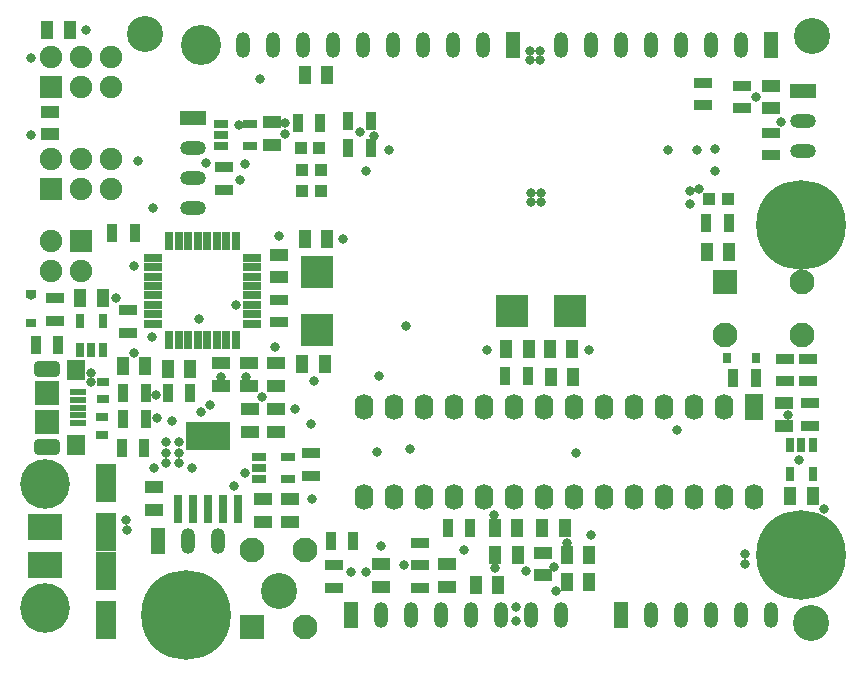
<source format=gts>
G04*
G04 #@! TF.GenerationSoftware,Altium Limited,Altium Designer,20.2.5 (213)*
G04*
G04 Layer_Color=8388736*
%FSLAX44Y44*%
%MOMM*%
G71*
G04*
G04 #@! TF.SameCoordinates,D028A582-A43C-45AF-95F9-5D6BD50934B0*
G04*
G04*
G04 #@! TF.FilePolarity,Negative*
G04*
G01*
G75*
%ADD33R,1.0000X1.0000*%
%ADD34R,0.8000X2.4000*%
%ADD35R,3.7000X2.4000*%
%ADD36R,1.5000X1.1000*%
%ADD37R,1.1000X1.5000*%
%ADD38R,2.7000X2.8000*%
%ADD39R,2.8000X2.7000*%
%ADD40R,1.2000X0.7500*%
%ADD41R,0.7500X1.2000*%
%ADD42R,1.8000X3.2000*%
%ADD43C,3.0480*%
%ADD44R,1.6200X0.6700*%
%ADD45R,0.6700X1.6200*%
%ADD46R,2.9000X2.2000*%
%ADD47R,1.4500X0.5000*%
%ADD48R,2.1000X2.1000*%
%ADD49R,1.5000X1.7000*%
%ADD50R,1.6000X1.8000*%
%ADD51R,0.8858X0.7588*%
%ADD52R,0.7588X0.8858*%
%ADD53R,1.5000X0.9000*%
%ADD54R,0.9000X1.5000*%
%ADD55R,1.1000X0.8000*%
%ADD56C,3.4000*%
%ADD57C,4.2000*%
%ADD58R,1.2000X2.2000*%
%ADD59O,1.2000X2.2000*%
%ADD60O,2.2000X1.2000*%
%ADD61R,2.2000X1.2000*%
%ADD62C,7.6000*%
%ADD63R,1.9000X1.9000*%
%ADD64C,1.9000*%
%ADD65C,2.1000*%
%ADD66R,2.1000X2.1000*%
%ADD67R,1.6000X2.2000*%
%ADD68O,1.6000X2.2000*%
G04:AMPARAMS|DCode=69|XSize=2.2mm|YSize=1.4mm|CornerRadius=0.4mm|HoleSize=0mm|Usage=FLASHONLY|Rotation=0.000|XOffset=0mm|YOffset=0mm|HoleType=Round|Shape=RoundedRectangle|*
%AMROUNDEDRECTD69*
21,1,2.2000,0.6000,0,0,0.0*
21,1,1.4000,1.4000,0,0,0.0*
1,1,0.8000,0.7000,-0.3000*
1,1,0.8000,-0.7000,-0.3000*
1,1,0.8000,-0.7000,0.3000*
1,1,0.8000,0.7000,0.3000*
%
%ADD69ROUNDEDRECTD69*%
%ADD70C,0.8000*%
D33*
X583000Y378000D02*
D03*
X599000D02*
D03*
X253000Y421000D02*
D03*
X237000D02*
D03*
X238000Y402000D02*
D03*
X254000D02*
D03*
Y384000D02*
D03*
X238000D02*
D03*
D34*
X133600Y115000D02*
D03*
X146300D02*
D03*
X159000D02*
D03*
X171700D02*
D03*
X184400D02*
D03*
D35*
X159000Y177000D02*
D03*
D36*
X216000Y238500D02*
D03*
Y219500D02*
D03*
X113000Y133500D02*
D03*
Y114500D02*
D03*
X205000Y123500D02*
D03*
Y104500D02*
D03*
X442000Y59000D02*
D03*
Y78000D02*
D03*
X193000Y238500D02*
D03*
Y219500D02*
D03*
X219000Y311500D02*
D03*
Y330500D02*
D03*
X170000Y219500D02*
D03*
Y238500D02*
D03*
X25000Y432500D02*
D03*
Y451500D02*
D03*
X635000Y473500D02*
D03*
Y454500D02*
D03*
X305000Y49500D02*
D03*
Y68500D02*
D03*
X361000Y49500D02*
D03*
Y68500D02*
D03*
X213000Y442500D02*
D03*
Y423500D02*
D03*
X216000Y180500D02*
D03*
Y199500D02*
D03*
X646000Y204500D02*
D03*
Y185500D02*
D03*
X228000Y104500D02*
D03*
Y123500D02*
D03*
X194000Y199500D02*
D03*
Y180500D02*
D03*
D37*
X143500Y234000D02*
D03*
X124500D02*
D03*
X462500Y76000D02*
D03*
X481500D02*
D03*
X259500Y483000D02*
D03*
X240500D02*
D03*
X600000Y333000D02*
D03*
X581000D02*
D03*
X240500Y344000D02*
D03*
X259500D02*
D03*
X238500Y238000D02*
D03*
X257500D02*
D03*
X385500Y51000D02*
D03*
X404500D02*
D03*
X22500Y521000D02*
D03*
X41500D02*
D03*
X468000Y227000D02*
D03*
X449000D02*
D03*
X420500Y99000D02*
D03*
X401500D02*
D03*
X441500D02*
D03*
X460500D02*
D03*
X430000Y251000D02*
D03*
X411000D02*
D03*
X448000D02*
D03*
X467000D02*
D03*
X651500Y126000D02*
D03*
X670500D02*
D03*
X50500Y294000D02*
D03*
X69500D02*
D03*
X86500Y236000D02*
D03*
X105500D02*
D03*
X481500Y53000D02*
D03*
X462500D02*
D03*
X421000Y76000D02*
D03*
X402000D02*
D03*
D38*
X465000Y283000D02*
D03*
X416000D02*
D03*
D39*
X251000Y315500D02*
D03*
Y266500D02*
D03*
D40*
X169500Y441500D02*
D03*
Y432000D02*
D03*
Y422500D02*
D03*
X194500Y441500D02*
D03*
Y422500D02*
D03*
X201500Y159500D02*
D03*
Y150000D02*
D03*
Y140500D02*
D03*
X226500Y159500D02*
D03*
Y140500D02*
D03*
D41*
X50500Y249500D02*
D03*
X60000D02*
D03*
X69500D02*
D03*
X50500Y274500D02*
D03*
X69500D02*
D03*
X670500Y169500D02*
D03*
X661000D02*
D03*
X651500D02*
D03*
X670500Y144500D02*
D03*
X651500D02*
D03*
D42*
X72000Y96000D02*
D03*
Y137000D02*
D03*
Y21500D02*
D03*
Y62500D02*
D03*
D43*
X669000Y19000D02*
D03*
X219000Y46000D02*
D03*
X670000Y516000D02*
D03*
X105000Y517000D02*
D03*
D44*
X196000Y272000D02*
D03*
Y280000D02*
D03*
Y288000D02*
D03*
Y296000D02*
D03*
Y304000D02*
D03*
Y312000D02*
D03*
Y320000D02*
D03*
Y328000D02*
D03*
X112000D02*
D03*
Y320000D02*
D03*
Y312000D02*
D03*
Y304000D02*
D03*
Y296000D02*
D03*
Y288000D02*
D03*
Y280000D02*
D03*
Y272000D02*
D03*
D45*
X182000Y342000D02*
D03*
X174000D02*
D03*
X166000D02*
D03*
X158000D02*
D03*
X150000D02*
D03*
X142000D02*
D03*
X134000D02*
D03*
X126000D02*
D03*
Y258000D02*
D03*
X134000D02*
D03*
X142000D02*
D03*
X150000D02*
D03*
X158000D02*
D03*
X166000D02*
D03*
X174000D02*
D03*
X182000D02*
D03*
D46*
X21000Y68000D02*
D03*
Y100000D02*
D03*
D47*
X48745Y188000D02*
D03*
Y194500D02*
D03*
Y201000D02*
D03*
Y207500D02*
D03*
Y214000D02*
D03*
D48*
X21995Y189000D02*
D03*
Y213000D02*
D03*
X195500Y15500D02*
D03*
D49*
X46495Y169000D02*
D03*
D50*
Y233000D02*
D03*
D51*
X9000Y297192D02*
D03*
Y272808D02*
D03*
D52*
X597808Y243000D02*
D03*
X622192D02*
D03*
D53*
X172000Y404500D02*
D03*
Y385500D02*
D03*
X91000Y264500D02*
D03*
Y283500D02*
D03*
X219000Y292500D02*
D03*
Y273500D02*
D03*
X611000Y473500D02*
D03*
Y454500D02*
D03*
X578129Y475879D02*
D03*
Y456879D02*
D03*
X635000Y414500D02*
D03*
Y433500D02*
D03*
X668000Y204500D02*
D03*
Y185500D02*
D03*
X29000Y293500D02*
D03*
Y274500D02*
D03*
X667000Y223500D02*
D03*
Y242500D02*
D03*
X265000Y48500D02*
D03*
Y67500D02*
D03*
X246000Y162500D02*
D03*
Y143500D02*
D03*
X647000Y223500D02*
D03*
Y242500D02*
D03*
X338000Y67500D02*
D03*
Y86500D02*
D03*
Y48500D02*
D03*
Y67500D02*
D03*
D54*
X296500Y444000D02*
D03*
X277500D02*
D03*
X296500Y421000D02*
D03*
X277500D02*
D03*
X77500Y349000D02*
D03*
X96500D02*
D03*
X106000Y213000D02*
D03*
X87000D02*
D03*
X106000Y191000D02*
D03*
X87000D02*
D03*
X104500Y167000D02*
D03*
X85500D02*
D03*
X361500Y99000D02*
D03*
X380500D02*
D03*
X622500Y226000D02*
D03*
X603500D02*
D03*
X234500Y442000D02*
D03*
X253500D02*
D03*
X410500Y228000D02*
D03*
X429500D02*
D03*
X580500Y357000D02*
D03*
X599500D02*
D03*
X32000Y254000D02*
D03*
X13000D02*
D03*
X281500Y88000D02*
D03*
X262500D02*
D03*
X143500Y213000D02*
D03*
X124500D02*
D03*
D55*
X70000Y223000D02*
D03*
Y208000D02*
D03*
X69000Y178000D02*
D03*
Y193000D02*
D03*
D56*
X152400Y508000D02*
D03*
D57*
X21000Y31000D02*
D03*
Y136000D02*
D03*
D58*
X416560Y508000D02*
D03*
X279400Y25400D02*
D03*
X635000Y508000D02*
D03*
X508000Y25400D02*
D03*
X116200Y88000D02*
D03*
D59*
X391160Y508000D02*
D03*
X365760D02*
D03*
X340360D02*
D03*
X314960D02*
D03*
X289560D02*
D03*
X264160D02*
D03*
X238760D02*
D03*
X213360D02*
D03*
X187960D02*
D03*
X304800Y25400D02*
D03*
X330200D02*
D03*
X355600D02*
D03*
X381000D02*
D03*
X406400D02*
D03*
X431800D02*
D03*
X457200D02*
D03*
X609600Y508000D02*
D03*
X584200D02*
D03*
X558800D02*
D03*
X533400D02*
D03*
X508000D02*
D03*
X482600D02*
D03*
X457200D02*
D03*
X635000Y25400D02*
D03*
X609600D02*
D03*
X584200D02*
D03*
X558800D02*
D03*
X533400D02*
D03*
X141600Y88000D02*
D03*
X167000D02*
D03*
D60*
X146000Y369800D02*
D03*
Y420600D02*
D03*
Y395200D02*
D03*
X662000Y443600D02*
D03*
Y418200D02*
D03*
D61*
X146000Y446000D02*
D03*
X662000Y469000D02*
D03*
D62*
X139700Y25400D02*
D03*
X660400Y76200D02*
D03*
Y355600D02*
D03*
D63*
X25400Y472440D02*
D03*
Y386080D02*
D03*
X50800Y342000D02*
D03*
D64*
Y472440D02*
D03*
X76200D02*
D03*
X25400Y497840D02*
D03*
X50800D02*
D03*
X76200D02*
D03*
X50800Y386080D02*
D03*
X76200D02*
D03*
X25400Y411480D02*
D03*
X50800D02*
D03*
X76200D02*
D03*
X25400Y316600D02*
D03*
X50800D02*
D03*
X25400Y342000D02*
D03*
D65*
X661500Y307500D02*
D03*
Y262500D02*
D03*
X596500D02*
D03*
X195500Y80500D02*
D03*
X240500D02*
D03*
Y15500D02*
D03*
D66*
X596500Y307500D02*
D03*
D67*
X620650Y201930D02*
D03*
D68*
X595250D02*
D03*
X569850D02*
D03*
X544450D02*
D03*
X519050D02*
D03*
X493650D02*
D03*
X468250D02*
D03*
X442850D02*
D03*
X417450D02*
D03*
X392050D02*
D03*
X366650D02*
D03*
X341250D02*
D03*
X315850D02*
D03*
X290450D02*
D03*
X620650Y125730D02*
D03*
X595250D02*
D03*
X569850D02*
D03*
X544450D02*
D03*
X519050D02*
D03*
X493650D02*
D03*
X468250D02*
D03*
X442850D02*
D03*
X417450D02*
D03*
X392050D02*
D03*
X366650D02*
D03*
X341250D02*
D03*
X315850D02*
D03*
X290450D02*
D03*
D69*
X21995Y168000D02*
D03*
Y234000D02*
D03*
D70*
X573000Y419000D02*
D03*
X9000Y296515D02*
D03*
Y432000D02*
D03*
Y497000D02*
D03*
X272945Y344055D02*
D03*
X219000Y346000D02*
D03*
X134000Y154000D02*
D03*
Y163000D02*
D03*
X123000Y154000D02*
D03*
Y163000D02*
D03*
X134000Y172000D02*
D03*
X650000Y195000D02*
D03*
X613000Y77000D02*
D03*
Y69000D02*
D03*
X432000Y383000D02*
D03*
Y375000D02*
D03*
X441000D02*
D03*
Y383000D02*
D03*
X431000Y503000D02*
D03*
X440000D02*
D03*
Y495000D02*
D03*
X431000D02*
D03*
X588000Y420250D02*
D03*
X312000Y419000D02*
D03*
X248000Y223500D02*
D03*
X302000Y163438D02*
D03*
X330000Y166000D02*
D03*
X326000Y270000D02*
D03*
X303000Y228000D02*
D03*
X574000Y386000D02*
D03*
X567000Y373000D02*
D03*
Y384000D02*
D03*
X428000Y62393D02*
D03*
X452000Y66000D02*
D03*
X462500Y86500D02*
D03*
X419000Y20000D02*
D03*
Y32000D02*
D03*
X375000Y80500D02*
D03*
X402000Y65000D02*
D03*
X305000Y84000D02*
D03*
X453000Y46000D02*
D03*
X401000Y110000D02*
D03*
X470000Y163000D02*
D03*
X481000Y250000D02*
D03*
X395000D02*
D03*
X186000Y394000D02*
D03*
X299000Y431000D02*
D03*
X287000Y434000D02*
D03*
X81000Y294000D02*
D03*
X659000Y157000D02*
D03*
X623000Y464000D02*
D03*
X203000Y479000D02*
D03*
X185000Y440653D02*
D03*
X224000Y442000D02*
D03*
X548000Y419000D02*
D03*
X588000Y401000D02*
D03*
X644000Y443000D02*
D03*
X556000Y182000D02*
D03*
X113000Y150000D02*
D03*
X224000Y433000D02*
D03*
X96000Y247000D02*
D03*
X325000Y68000D02*
D03*
X292000Y62000D02*
D03*
X280000D02*
D03*
X247000Y124000D02*
D03*
X190000Y146000D02*
D03*
X182000Y288000D02*
D03*
X232000Y200000D02*
D03*
X215000Y252000D02*
D03*
X191000Y227000D02*
D03*
X170000D02*
D03*
X151000Y276000D02*
D03*
X123000Y172000D02*
D03*
X145000Y150000D02*
D03*
X157000Y408000D02*
D03*
X55000Y521000D02*
D03*
X190000Y407000D02*
D03*
X181000Y135000D02*
D03*
X89500Y106000D02*
D03*
X89750Y97000D02*
D03*
X59500Y230500D02*
D03*
Y223000D02*
D03*
X680000Y115000D02*
D03*
X111000Y261000D02*
D03*
X112000Y370000D02*
D03*
X96000Y321000D02*
D03*
X99000Y410000D02*
D03*
X246000Y187000D02*
D03*
X483000Y93000D02*
D03*
X160000Y203000D02*
D03*
X128000Y190000D02*
D03*
X204250Y209750D02*
D03*
X153000Y197000D02*
D03*
X114500Y212000D02*
D03*
X115500Y192000D02*
D03*
X292000Y401000D02*
D03*
M02*

</source>
